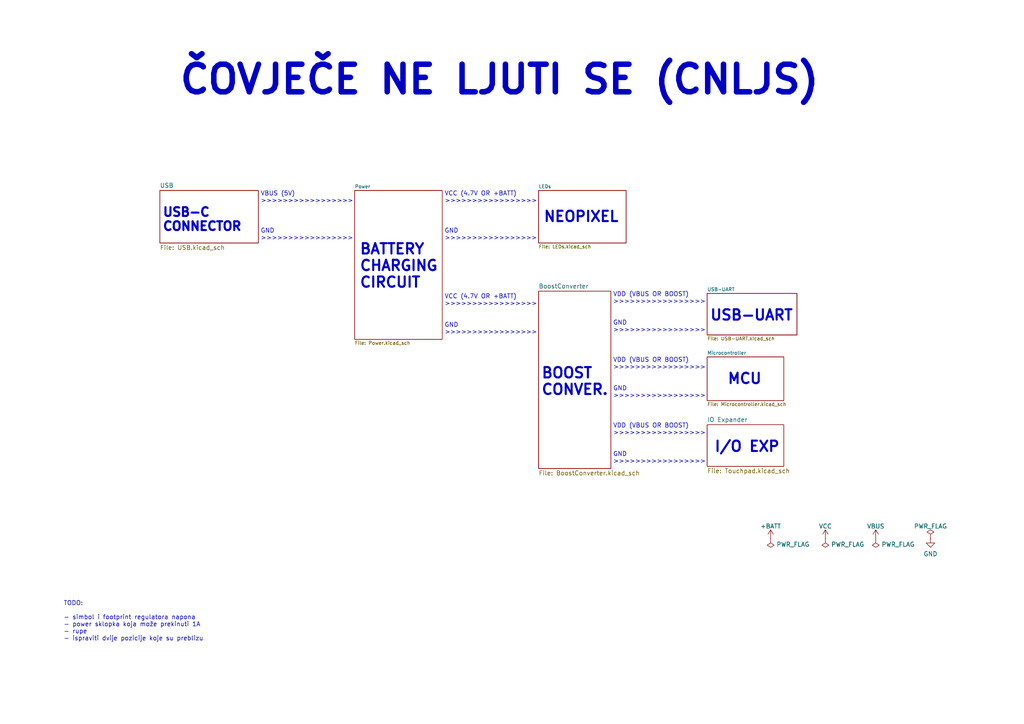
<source format=kicad_sch>
(kicad_sch (version 20211123) (generator eeschema)
  (paper "A4")
  (title_block (title "CNLJS") (date "2021-12-22") (rev "v0.01") (company "Josip&Zvonimir"))
  (lib_symbols
    (symbol "power:+BATT" (power) (pin_names (offset 0))
      (property "Value" "+BATT" (at 0 3.556 0))
      (symbol "+BATT_0_1"
        (polyline (pts (xy -0.762 1.27) (xy 0 2.54)))
        (polyline (pts (xy 0 0) (xy 0 2.54)))
        (polyline (pts (xy 0 2.54) (xy 0.762 1.27)))
      )
      (symbol "+BATT_1_1"
        (pin power_in line (at 0 0 90) (length 0) hide (name "+BATT") (number "1"))
      )
    )
    (symbol "power:GND" (power) (pin_names (offset 0))
      (property "Value" "GND" (at 0 -3.81 0))
      (symbol "GND_0_1"
        (polyline (pts (xy 0 0) (xy 0 -1.27) (xy 1.27 -1.27) (xy 0 -2.54) (xy -1.27 -1.27) (xy 0 -1.27)))
      )
      (symbol "GND_1_1"
        (pin power_in line (at 0 0 270) (length 0) hide (name "GND") (number "1"))
      )
    )
    (symbol "power:PWR_FLAG" (power) (pin_numbers hide) (pin_names (offset 0) hide)
      (property "Value" "PWR_FLAG" (at 0 3.81 0))
      (symbol "PWR_FLAG_0_0"
        (pin power_out line (at 0 0 90) (length 0) (name "pwr") (number "1"))
      )
      (symbol "PWR_FLAG_0_1"
        (polyline (pts (xy 0 0) (xy 0 1.27) (xy -1.016 1.905) (xy 0 2.54) (xy 1.016 1.905) (xy 0 1.27)))
      )
    )
    (symbol "power:VBUS" (power) (pin_names (offset 0))
      (property "Value" "VBUS" (at 0 3.81 0))
      (symbol "VBUS_0_1"
        (polyline (pts (xy -0.762 1.27) (xy 0 2.54)))
        (polyline (pts (xy 0 0) (xy 0 2.54)))
        (polyline (pts (xy 0 2.54) (xy 0.762 1.27)))
      )
      (symbol "VBUS_1_1"
        (pin power_in line (at 0 0 90) (length 0) hide (name "VBUS") (number "1"))
      )
    )
    (symbol "power:VCC" (power) (pin_names (offset 0))
      (property "Value" "VCC" (at 0 3.81 0))
      (symbol "VCC_0_1"
        (polyline (pts (xy -0.762 1.27) (xy 0 2.54)))
        (polyline (pts (xy 0 0) (xy 0 2.54)))
        (polyline (pts (xy 0 2.54) (xy 0.762 1.27)))
      )
      (symbol "VCC_1_1"
        (pin power_in line (at 0 0 90) (length 0) hide (name "VCC") (number "1"))
      )
    )
  )
  (text "GND\n>>>>>>>>>>>>>>>>>" (at 177.8 134.62 0) (effects (font (size 1.27 1.27)) (justify left bottom)))
  (text "TODO:\n\n- simbol i footprint regulatora napona\n- power sklopka koja može prekinuti 1A\n- rupe\n- ispraviti dvije pozicije koje su preblizu" (at 18.415 186.055 0) (effects (font (size 1.27 1.27)) (justify left bottom)))
  (text "USB-C\nCONNECTOR" (at 46.99 67.31 0) (effects (font (size 2.54 2.54) (thickness 0.5994) bold) (justify left bottom)))
  (text "NEOPIXEL" (at 157.48 64.77 0) (effects (font (size 2.9972 2.9972) (thickness 0.5994) bold) (justify left bottom)))
  (text "VCC (4.7V OR +BATT)\n>>>>>>>>>>>>>>>>>" (at 128.905 88.9 0) (effects (font (size 1.27 1.27)) (justify left bottom)))
  (text "USB-UART" (at 205.74 93.345 0) (effects (font (size 2.9972 2.9972) (thickness 0.5994) bold) (justify left bottom)))
  (text "GND\n>>>>>>>>>>>>>>>>>" (at 128.905 97.155 0) (effects (font (size 1.27 1.27)) (justify left bottom)))
  (text "GND\n>>>>>>>>>>>>>>>>>" (at 177.8 96.52 0) (effects (font (size 1.27 1.27)) (justify left bottom)))
  (text "VBUS (5V)\n>>>>>>>>>>>>>>>>>" (at 75.565 59.055 0) (effects (font (size 1.27 1.27)) (justify left bottom)))
  (text "BATTERY\nCHARGING\nCIRCUIT" (at 104.14 83.82 0) (effects (font (size 2.9972 2.9972) (thickness 0.5994) bold) (justify left bottom)))
  (text "I/O EXP" (at 207.01 131.445 0) (effects (font (size 2.9972 2.9972) (thickness 0.5994) bold) (justify left bottom)))
  (text "ČOVJEČE NE LJUTI SE (CNLJS)" (at 51.435 27.94 0) (effects (font (size 8.001 8.001) (thickness 1.6002) bold) (justify left bottom)))
  (text "VDD (VBUS OR BOOST)\n>>>>>>>>>>>>>>>>>" (at 177.8 88.265 0) (effects (font (size 1.27 1.27)) (justify left bottom)))
  (text "VDD (VBUS OR BOOST)\n>>>>>>>>>>>>>>>>>" (at 177.8 126.365 0) (effects (font (size 1.27 1.27)) (justify left bottom)))
  (text "VCC (4.7V OR +BATT)\n>>>>>>>>>>>>>>>>>" (at 128.905 59.055 0) (effects (font (size 1.27 1.27)) (justify left bottom)))
  (text "VDD (VBUS OR BOOST)\n>>>>>>>>>>>>>>>>>" (at 177.8 107.315 0) (effects (font (size 1.27 1.27)) (justify left bottom)))
  (text "MCU" (at 210.82 111.76 0) (effects (font (size 2.9972 2.9972) (thickness 0.5994) bold) (justify left bottom)))
  (text "BOOST\nCONVER." (at 156.845 114.935 0) (effects (font (size 2.9972 2.9972) (thickness 0.5994) bold) (justify left bottom)))
  (text "GND\n>>>>>>>>>>>>>>>>>" (at 75.565 69.85 0) (effects (font (size 1.27 1.27)) (justify left bottom)))
  (text "GND\n>>>>>>>>>>>>>>>>>" (at 128.905 69.85 0) (effects (font (size 1.27 1.27)) (justify left bottom)))
  (text "GND\n>>>>>>>>>>>>>>>>>" (at 177.8 115.57 0) (effects (font (size 1.27 1.27)) (justify left bottom)))
  (symbol (lib_id "power:PWR_FLAG") (at 254 156.21 180) (unit 1)
    (property "Reference" "#FLG0102" (effects hide))
    (property "Value" "PWR_FLAG" (at 255.651 157.9138 0) (effects (justify right)))
  )
  (symbol (lib_id "power:GND") (at 269.875 156.21 0) (unit 1)
    (property "Reference" "#PWR0256" (effects hide))
    (property "Value" "GND" (at 269.875 160.6534 0))
  )
  (symbol (lib_id "power:PWR_FLAG") (at 239.395 156.21 180) (unit 1)
    (property "Reference" "#FLG0103" (effects hide))
    (property "Value" "PWR_FLAG" (at 241.046 157.9138 0) (effects (justify right)))
  )
  (symbol (lib_id "power:VCC") (at 239.395 156.21 0) (unit 1)
    (property "Reference" "#PWR0258" (effects hide))
    (property "Value" "VCC" (at 239.395 152.6342 0))
  )
  (symbol (lib_id "power:PWR_FLAG") (at 223.52 156.21 180) (unit 1)
    (property "Reference" "#FLG017" (effects hide))
    (property "Value" "PWR_FLAG" (at 225.171 157.9138 0) (effects (justify right)))
  )
  (symbol (lib_id "power:VBUS") (at 254 156.21 0) (unit 1)
    (property "Reference" "#PWR0257" (effects hide))
    (property "Value" "VBUS" (at 254 152.6342 0))
  )
  (symbol (lib_id "power:+BATT") (at 223.52 156.21 0) (unit 1)
    (property "Reference" "#PWR0259" (effects hide))
    (property "Value" "+BATT" (at 223.52 152.6342 0))
  )
  (symbol (lib_id "power:PWR_FLAG") (at 269.875 156.21 0) (unit 1)
    (property "Reference" "#FLG0101" (effects hide))
    (property "Value" "PWR_FLAG" (at 269.875 152.6342 0))
  )
  (sheet (at 102.87 55.245) (size 25.4 43.18)
    (property "Sheet name" "Power" (at 102.87 54.6731 0) (effects (font (size 0.9906 0.9906)) (justify left bottom)))
    (property "Sheet file" "Power.kicad_sch" (at 102.87 98.8978 0) (effects (font (size 0.9906 0.9906)) (justify left top)))
  )
  (sheet (at 205.105 103.505) (size 22.225 12.7)
    (property "Sheet name" "Microcontroller" (at 205.105 102.9331 0) (effects (font (size 0.9906 0.9906)) (justify left bottom)))
    (property "Sheet file" "Microcontroller.kicad_sch" (at 205.105 116.6778 0) (effects (font (size 0.9906 0.9906)) (justify left top)))
  )
  (sheet (at 156.21 55.245) (size 25.4 15.24)
    (property "Sheet name" "LEDs" (at 156.21 54.6731 0) (effects (font (size 0.9906 0.9906)) (justify left bottom)))
    (property "Sheet file" "LEDs.kicad_sch" (at 156.21 70.9578 0) (effects (font (size 0.9906 0.9906)) (justify left top)))
  )
  (sheet (at 205.105 85.09) (size 26.035 12.065)
    (property "Sheet name" "USB-UART" (at 205.105 84.5181 0) (effects (font (size 0.9906 0.9906)) (justify left bottom)))
    (property "Sheet file" "USB-UART.kicad_sch" (at 205.105 97.6278 0) (effects (font (size 0.9906 0.9906)) (justify left top)))
  )
  (sheet (at 46.355 55.245) (size 28.575 15.24)
    (property "Sheet name" "USB" (at 46.355 54.5334 0) (effects (justify left bottom)))
    (property "Sheet file" "USB.kicad_sch" (at 46.355 71.0696 0) (effects (justify left top)))
  )
  (sheet (at 156.21 84.455) (size 20.955 51.435)
    (property "Sheet name" "BoostConverter" (at 156.21 83.7434 0) (effects (justify left bottom)))
    (property "Sheet file" "BoostConverter.kicad_sch" (at 156.21 136.4746 0) (effects (justify left top)))
  )
  (sheet (at 205.105 123.19) (size 22.225 12.065) (stroke (width 0.1524))
    (property "Sheet name" "IO Expander" (at 205.105 122.4784 0) (effects (justify left bottom)))
    (property "Sheet file" "Touchpad.kicad_sch" (at 205.105 135.8396 0) (effects (justify left top)))
  )
)
</source>
